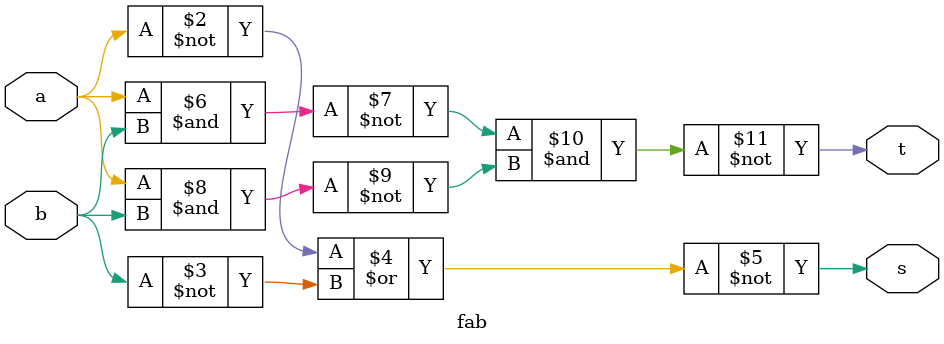
<source format=v>
/*
	Guia_0508.v
	842536 - Mateus Henrique Medeiros Diniz
	
	s = ~(~a | ~b)
	m a b s
	0 0 0 0
	1 0 1 0
	2 1 0 0
	3 1 1 1
*/

module Guia_0508;
	reg a, b;
	wire s, t;
	
	fab f (s, t, a, b);
	
	initial 
	begin: main
		integer i;
		
		$display("s = ~(~a | ~b)");
		$display("t = ~(~(a & b) & ~(a & b))");
		
		$display("a b | s t");
		$monitor("%b %b | %b %b", a, b, s, t);
		
		a = 0;
		b = 0;
		
		for(i = 0; i < 3; i++) begin
			#1;	
			b = ~b;
			if((i + 1) % 2 == 0) begin
				a = ~a;
			end
		end
	end
endmodule

module fab (output s, t, input a, b);
	assign s = ~(~a | ~b);
	assign t = ~(~(a & b) & ~(a & b));
endmodule
</source>
